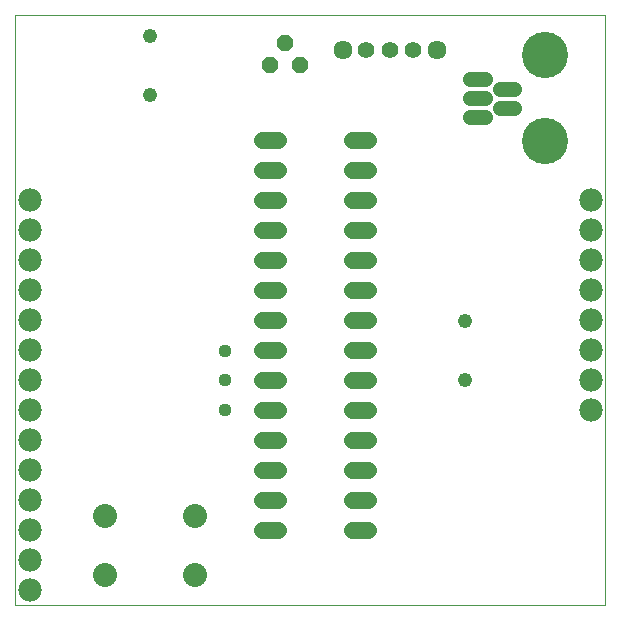
<source format=gbs>
G75*
%MOIN*%
%OFA0B0*%
%FSLAX25Y25*%
%IPPOS*%
%LPD*%
%AMOC8*
5,1,8,0,0,1.08239X$1,22.5*
%
%ADD10C,0.00000*%
%ADD11C,0.07800*%
%ADD12C,0.05600*%
%ADD13C,0.04762*%
%ADD14C,0.08000*%
%ADD15C,0.05550*%
%ADD16C,0.06337*%
%ADD17C,0.15400*%
%ADD18C,0.05156*%
%ADD19C,0.04369*%
%ADD20OC8,0.05600*%
D10*
X0005060Y0003591D02*
X0005060Y0200441D01*
X0201910Y0200441D01*
X0201910Y0003591D01*
X0005060Y0003591D01*
D11*
X0010060Y0008591D03*
X0010060Y0018591D03*
X0010060Y0028591D03*
X0010060Y0038591D03*
X0010060Y0048591D03*
X0010060Y0058591D03*
X0010060Y0068591D03*
X0010060Y0078591D03*
X0010060Y0088591D03*
X0010060Y0098591D03*
X0010060Y0108591D03*
X0010060Y0118591D03*
X0010060Y0128591D03*
X0010060Y0138591D03*
X0197060Y0138591D03*
X0197060Y0128591D03*
X0197060Y0118591D03*
X0197060Y0108591D03*
X0197060Y0098591D03*
X0197060Y0088591D03*
X0197060Y0078591D03*
X0197060Y0068591D03*
D12*
X0122660Y0068591D02*
X0117460Y0068591D01*
X0117460Y0078591D02*
X0122660Y0078591D01*
X0122660Y0088591D02*
X0117460Y0088591D01*
X0117460Y0098591D02*
X0122660Y0098591D01*
X0122660Y0108591D02*
X0117460Y0108591D01*
X0117460Y0118591D02*
X0122660Y0118591D01*
X0122660Y0128591D02*
X0117460Y0128591D01*
X0117460Y0138591D02*
X0122660Y0138591D01*
X0122660Y0148591D02*
X0117460Y0148591D01*
X0117460Y0158591D02*
X0122660Y0158591D01*
X0092660Y0158591D02*
X0087460Y0158591D01*
X0087460Y0148591D02*
X0092660Y0148591D01*
X0092660Y0138591D02*
X0087460Y0138591D01*
X0087460Y0128591D02*
X0092660Y0128591D01*
X0092660Y0118591D02*
X0087460Y0118591D01*
X0087460Y0108591D02*
X0092660Y0108591D01*
X0092660Y0098591D02*
X0087460Y0098591D01*
X0087460Y0088591D02*
X0092660Y0088591D01*
X0092660Y0078591D02*
X0087460Y0078591D01*
X0087460Y0068591D02*
X0092660Y0068591D01*
X0092660Y0058591D02*
X0087460Y0058591D01*
X0087460Y0048591D02*
X0092660Y0048591D01*
X0092660Y0038591D02*
X0087460Y0038591D01*
X0087460Y0028591D02*
X0092660Y0028591D01*
X0117460Y0028591D02*
X0122660Y0028591D01*
X0122660Y0038591D02*
X0117460Y0038591D01*
X0117460Y0048591D02*
X0122660Y0048591D01*
X0122660Y0058591D02*
X0117460Y0058591D01*
D13*
X0155060Y0078748D03*
X0155060Y0098433D03*
X0050060Y0173748D03*
X0050060Y0193433D03*
D14*
X0065060Y0033433D03*
X0065060Y0013748D03*
X0035060Y0013748D03*
X0035060Y0033433D03*
D15*
X0122186Y0188591D03*
X0130060Y0188591D03*
X0137934Y0188591D03*
D16*
X0145808Y0188591D03*
X0114312Y0188591D03*
D17*
X0181950Y0187016D03*
X0181950Y0158276D03*
D18*
X0171548Y0169496D02*
X0166792Y0169496D01*
X0161674Y0166346D02*
X0156918Y0166346D01*
X0156918Y0172646D02*
X0161674Y0172646D01*
X0166792Y0175795D02*
X0171548Y0175795D01*
X0161674Y0178945D02*
X0156918Y0178945D01*
D19*
X0075060Y0088433D03*
X0075060Y0078591D03*
X0075060Y0068748D03*
D20*
X0090060Y0183591D03*
X0095060Y0191091D03*
X0100060Y0183591D03*
M02*

</source>
